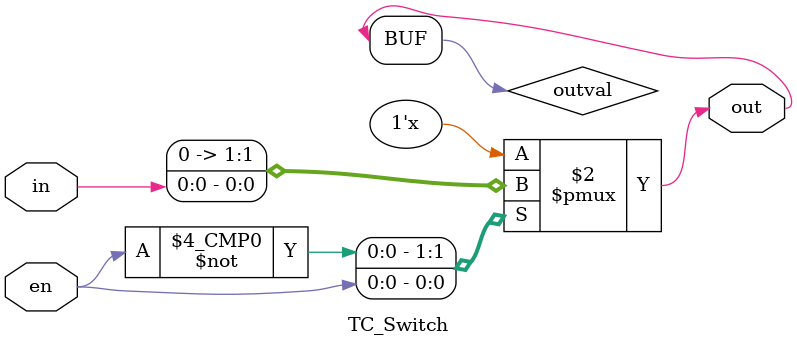
<source format=v>
module TC_Switch(en, in, out);
    parameter UUID = 0;
    parameter NAME = "";
    parameter BIT_WIDTH = 1;
    input en;
    input [BIT_WIDTH-1:0] in;
    output [BIT_WIDTH-1:0] out;
    reg [BIT_WIDTH-1:0] outval;
    
    always @ (en or in) begin
        case(en)
        1'b0 : outval = {BIT_WIDTH{1'b0}};
        1'b1 : outval = in;
        endcase
    end
    assign out = outval;
endmodule

</source>
